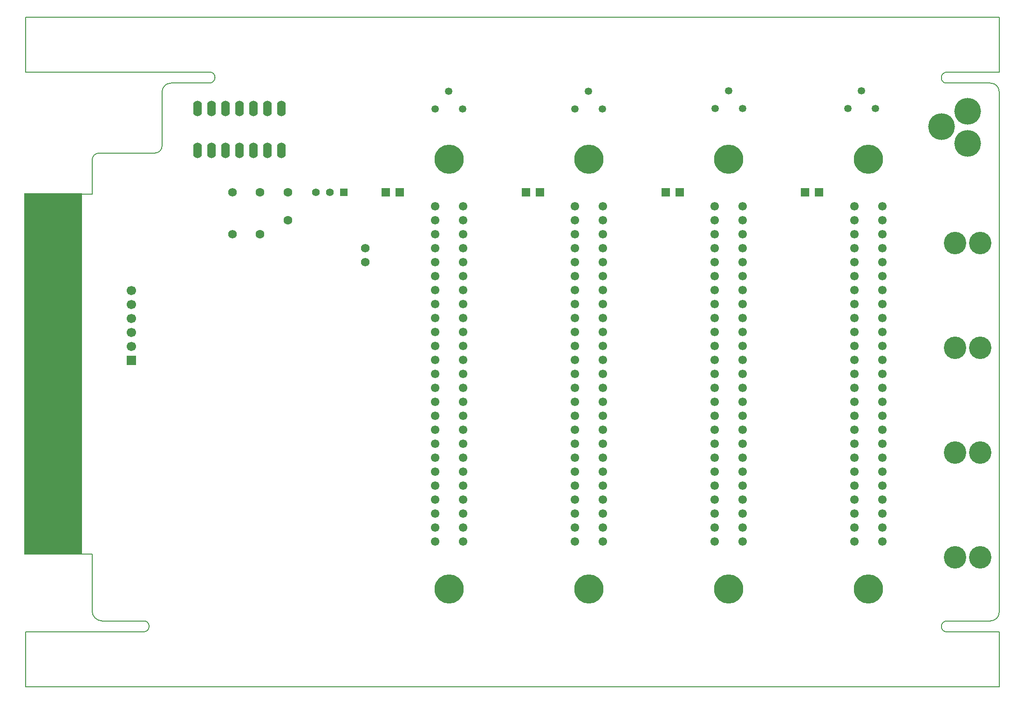
<source format=gbr>
G04 DesignSpark PCB PRO Gerber Version 10.0 Build 5299*
G04 #@! TF.Part,CustomerPanel*
G04 #@! TF.FileFunction,Soldermask,Top*
G04 #@! TF.FilePolarity,Negative*
%FSLAX35Y35*%
%MOIN*%
G04 #@! TA.AperFunction,ComponentPad*
%ADD29O,0.06200X0.11200*%
G04 #@! TA.AperFunction,TestPad*
%ADD71R,0.41339X2.58583*%
G04 #@! TA.AperFunction,ComponentPad*
%ADD75R,0.05515X0.05515*%
%ADD26R,0.06200X0.06200*%
%ADD22R,0.06696X0.06696*%
G04 #@! TD.AperFunction*
%ADD10C,0.00500*%
G04 #@! TA.AperFunction,ComponentPad*
%ADD27C,0.05318*%
%ADD76C,0.05515*%
%ADD24C,0.06106*%
%ADD74C,0.06200*%
%ADD73C,0.06302*%
%ADD23C,0.06696*%
%ADD77C,0.16086*%
%ADD72C,0.19098*%
G04 #@! TA.AperFunction,SMDPad,CuDef*
%ADD21R,0.35633X0.06893*%
G04 #@! TA.AperFunction,ComponentPad*
%ADD25C,0.20869*%
G04 #@! TD.AperFunction*
X0Y0D02*
D02*
D71*
X90076Y224435D03*
D02*
D21*
X92288Y343994D03*
Y333994D03*
Y323994D03*
Y313994D03*
Y303994D03*
Y293994D03*
Y283994D03*
Y273994D03*
Y263994D03*
Y253994D03*
Y243994D03*
Y233994D03*
Y223994D03*
Y213994D03*
Y203994D03*
Y193994D03*
Y183994D03*
Y173994D03*
Y163994D03*
Y153994D03*
Y143994D03*
Y133994D03*
Y123994D03*
Y113994D03*
Y103994D03*
D02*
D22*
X145906Y233859D03*
D02*
D23*
Y283859D03*
Y273859D03*
Y263859D03*
Y253859D03*
Y243859D03*
D02*
D24*
X363153Y344211D03*
X383153D03*
X463153Y344188D03*
X483153D03*
X563154Y344188D03*
X583154D03*
X663154D03*
X683154D03*
X363153Y334211D03*
X383153D03*
X463153Y334188D03*
X483153D03*
X563154Y334188D03*
X583154D03*
X663154D03*
X683154D03*
X363153Y324211D03*
X383153D03*
X463153Y324188D03*
X483153D03*
X563154Y324188D03*
X583154D03*
X663154D03*
X683154D03*
X363153Y314211D03*
X383153D03*
X463153Y314188D03*
X483153D03*
X563154Y314188D03*
X583154D03*
X663154D03*
X683154D03*
X363153Y304211D03*
X383153D03*
X463153Y304188D03*
X483153D03*
X563154Y304188D03*
X583154D03*
X663154D03*
X683154D03*
X363153Y294211D03*
X383153D03*
X463153Y294188D03*
X483153D03*
X563154Y294188D03*
X583154D03*
X663154D03*
X683154D03*
X363153Y284211D03*
X383153D03*
X463153Y284188D03*
X483153D03*
X563154Y284188D03*
X583154D03*
X663154D03*
X683154D03*
X363153Y274211D03*
X383153D03*
X463153Y274188D03*
X483153D03*
X563154Y274188D03*
X583154D03*
X663154D03*
X683154D03*
X363153Y264211D03*
X383153D03*
X463153Y264188D03*
X483153D03*
X563154Y264188D03*
X583154D03*
X663154D03*
X683154D03*
X363153Y254211D03*
X383153D03*
X463153Y254188D03*
X483153D03*
X563154Y254188D03*
X583154D03*
X663154D03*
X683154D03*
X363153Y244211D03*
X383153D03*
X463153Y244188D03*
X483153D03*
X563154Y244188D03*
X583154D03*
X663154D03*
X683154D03*
X363153Y234211D03*
X383153D03*
X463153Y234188D03*
X483153D03*
X563154Y234188D03*
X583154D03*
X663154D03*
X683154D03*
X363153Y224211D03*
X383153D03*
X463153Y224188D03*
X483153D03*
X563154Y224188D03*
X583154D03*
X663154D03*
X683154D03*
X363153Y214211D03*
X383153D03*
X463153Y214188D03*
X483153D03*
X563154Y214188D03*
X583154D03*
X663154D03*
X683154D03*
X363153Y204211D03*
X383153D03*
X463153Y204188D03*
X483153D03*
X563154Y204188D03*
X583154D03*
X663154D03*
X683154D03*
X363153Y194211D03*
X383153D03*
X463153Y194188D03*
X483153D03*
X563154Y194188D03*
X583154D03*
X663154D03*
X683154D03*
X363153Y184211D03*
X383153D03*
X463153Y184188D03*
X483153D03*
X563154Y184188D03*
X583154D03*
X663154D03*
X683154D03*
X363153Y174211D03*
X383153D03*
X463153Y174188D03*
X483153D03*
X563154Y174188D03*
X583154D03*
X663154D03*
X683154D03*
X363153Y164211D03*
X383153D03*
X463153Y164188D03*
X483153D03*
X563154Y164188D03*
X583154D03*
X663154D03*
X683154D03*
X363153Y154211D03*
X383153D03*
X463153Y154188D03*
X483153D03*
X563154Y154188D03*
X583154D03*
X663154D03*
X683154D03*
X363153Y144211D03*
X383153D03*
X463153Y144188D03*
X483153D03*
X563154Y144188D03*
X583154D03*
X663154D03*
X683154D03*
X363153Y134211D03*
X383153D03*
X463153Y134188D03*
X483153D03*
X563154Y134188D03*
X583154D03*
X663154D03*
X683154D03*
X363153Y124211D03*
X383153D03*
X463153Y124188D03*
X483153D03*
X563154Y124188D03*
X583154D03*
X663154D03*
X683154D03*
X363153Y114211D03*
X383153D03*
X463153Y114188D03*
X483153D03*
X563154Y114188D03*
X583154D03*
X663154D03*
X683154D03*
X363153Y104211D03*
X383153D03*
X463153Y104188D03*
X483153D03*
X563154Y104188D03*
X583154D03*
X663154D03*
X683154D03*
D02*
D25*
X373153Y377970D03*
X473153Y377948D03*
X573154Y377948D03*
X673154D03*
X373153Y70451D03*
X473153Y70428D03*
X573154Y70428D03*
X673154D03*
D02*
D26*
X327978Y354211D03*
X337978D03*
X428194D03*
X438194D03*
X528154D03*
X538154D03*
X628087D03*
X638087D03*
D02*
D27*
X573311Y426859D03*
X668311D03*
X373022Y426734D03*
X472989D03*
X563469Y414260D03*
X583154D03*
X658469D03*
X678154D03*
X363180Y414135D03*
X382865D03*
X463147D03*
X482832D03*
D02*
D29*
X193154Y414211D03*
X203154D03*
X213154D03*
X223154D03*
X233154D03*
X243154D03*
X253154D03*
X193154Y384211D03*
X203154D03*
X213154D03*
X223154D03*
X233154D03*
X243154D03*
X253154D03*
D02*
D72*
X744365Y412252D03*
X725467Y401228D03*
X744365Y389417D03*
D02*
D73*
X238077Y354254D03*
X258077D03*
Y334254D03*
X238077Y324254D03*
D02*
D74*
X218154Y354355D03*
Y324355D03*
X313154Y314211D03*
Y304211D03*
D02*
D75*
X298123Y354230D03*
D02*
D76*
X278123D03*
X288123D03*
D02*
D77*
X735437Y317912D03*
X753154D03*
X735437Y242961D03*
X753154D03*
X735437Y167961D03*
X753154D03*
X735437Y92961D03*
X753154D03*
D02*
D10*
X70241Y479742D02*
Y440372D01*
X202165D01*
G75*
G02*
X205807Y436730I0J-3642D01*
G01*
Y436644D01*
G75*
G02*
X201673Y432511I-4134J0D01*
G01*
X174250D01*
G75*
G03*
X167885Y426146I0J-6365D01*
G01*
Y387457D01*
G75*
G02*
X162893Y382465I-4992J0D01*
G01*
X122956D01*
G75*
G03*
X117839Y377348I0J-5117D01*
G01*
Y352886D01*
X75607D01*
G75*
G03*
X70241Y347520I0J-5367D01*
G01*
Y100534D01*
G75*
G03*
X75607Y95168I5367J0D01*
G01*
X117839D01*
Y54753D01*
G75*
G03*
X125098Y47493I7260J0D01*
G01*
X154934D01*
G75*
G02*
X158661Y43765I0J-3728D01*
G01*
Y43569D01*
G75*
G02*
X154713Y39620I-3948J0D01*
G01*
X70241D01*
Y250D01*
X766890D01*
Y39620D01*
X729342D01*
G75*
G02*
X725492Y43470I0J3850D01*
G01*
G75*
G02*
X729516Y47494I4024J0D01*
G01*
X760678D01*
G75*
G03*
X766890Y53706I0J6212D01*
G01*
Y426344D01*
G75*
G03*
X760736Y432498I-6154J0D01*
G01*
X729082D01*
G75*
G02*
X725492Y436088I0J3590D01*
G01*
G75*
G02*
X729776Y440372I3939J344D01*
G01*
X766831D01*
Y479742D01*
X70241D01*
X0Y0D02*
M02*

</source>
